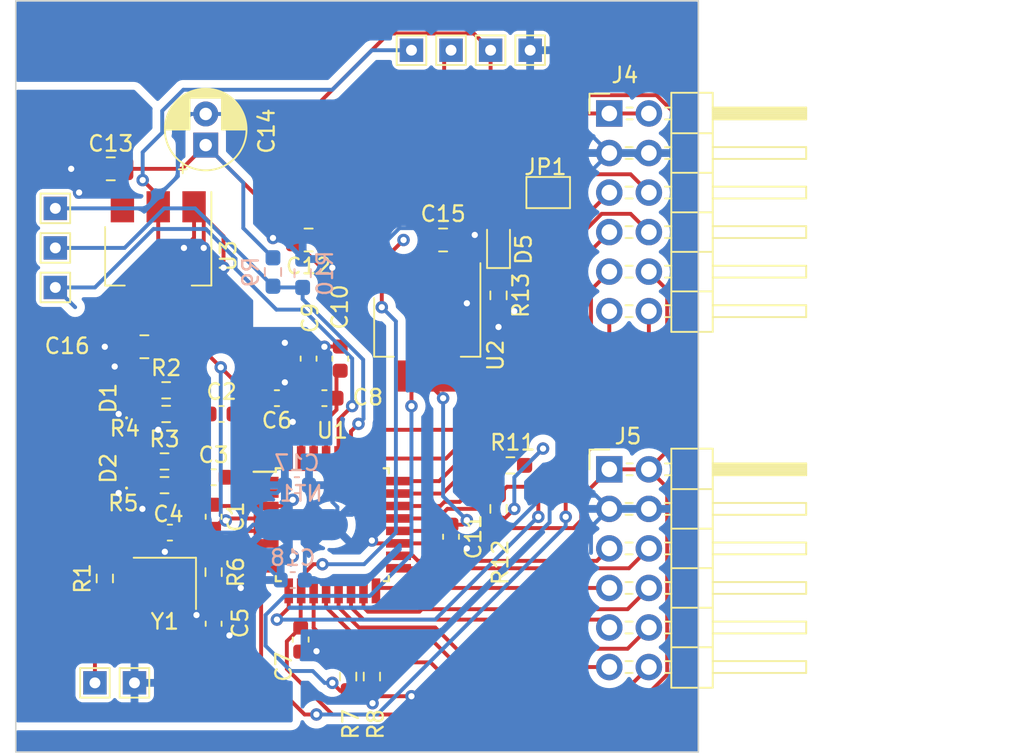
<source format=kicad_pcb>
(kicad_pcb (version 20221018) (generator pcbnew)
  (layers (0 "F.Cu" signal) (31 "B.Cu" signal) (34 "B.Paste" user) (35 "F.Paste" user) (36 "B.SilkS" user "B.Silkscreen") (37 "F.SilkS" user "F.Silkscreen") (38 "B.Mask" user) (39 "F.Mask" user) (44 "Edge.Cuts" user))
  (net 0 "")
  (net 1 "GNDA")
  (net 2 "VDDA")
  (net 3 "Net-(C2-Pad1)")
  (net 4 "/AIP1A")
  (net 5 "Net-(C3-Pad1)")
  (net 6 "Net-(U1-AIP1B)")
  (net 7 "/XTAL1")
  (net 8 "/XTAL2")
  (net 9 "+3V3")
  (net 10 "GND")
  (net 11 "/REFM")
  (net 12 "/REFP")
  (net 13 "VDD")
  (net 14 "/IN1")
  (net 15 "/IN2")
  (net 16 "Net-(D5-K)")
  (net 17 "/SDA")
  (net 18 "/SCL")
  (net 19 "/HSYNC")
  (net 20 "Net-(J4-Pin_6)")
  (net 21 "/FID")
  (net 22 "/VSYNC")
  (net 23 "/RESETB")
  (net 24 "/SCLK")
  (net 25 "/YOUT0")
  (net 26 "/YOUT1")
  (net 27 "/YOUT2")
  (net 28 "/YOUT3")
  (net 29 "/YOUT4")
  (net 30 "/YOUT5")
  (net 31 "/YOUT6")
  (net 32 "/YOUT7")
  (net 33 "/AVID")
  (net 34 "/INTREQ")
  (net 35 "/PDN")
  (net 36 "/OSC_IN")
  (footprint "Capacitor_SMD:C_0603_1608Metric" (layer "F.Cu") (at 94.48 83.892)
    (fp_text reference "C3")
    (fp_text value "0.1uF")
  )
  (footprint "TestPoint:TestPoint_THTPad_1.5x1.5mm_Drill0.7mm" (layer "F.Cu") (at 109.72 56.46)
    (fp_text reference "TP9" hide)
    (fp_text value "TestPoint")
  )
  (footprint "Resistor_SMD:R_0603_1608Metric_Pad0.98x0.95mm_HandSolder" (layer "F.Cu") (at 91.3285 84.4)
    (fp_text reference "R5")
    (fp_text value "37.4")
  )
  (footprint "Resistor_SMD:R_0603_1608Metric_Pad0.98x0.95mm_HandSolder" (layer "F.Cu") (at 112.768 72.208 -90)
    (fp_text reference "R13")
    (fp_text value "330")
  )
  (footprint "Capacitor_SMD:C_0603_1608Metric" (layer "F.Cu") (at 109.72 87.715 -90)
    (fp_text reference "C11")
    (fp_text value "0.1uF")
  )
  (footprint "Capacitor_SMD:C_0603_1608Metric" (layer "F.Cu") (at 94.48 86.432 -90)
    (fp_text reference "C1")
    (fp_text value "0.1uF")
  )
  (footprint "Connector_PinHeader_2.54mm:PinHeader_2x06_P2.54mm_Horizontal" (layer "F.Cu") (at 119.88 60.524)
    (fp_text reference "J4")
    (fp_text value "Conn_02x06_Odd_Even")
  )
  (footprint "Capacitor_SMD:C_0603_1608Metric" (layer "F.Cu") (at 98.544 78.812 180)
    (fp_text reference "C6")
    (fp_text value "0.1uF")
  )
  (footprint "Package_TO_SOT_SMD:SOT-223-3_TabPin2" (layer "F.Cu") (at 108.196 74.24 -90)
    (fp_text reference "U2")
    (fp_text value "AZ1117-1.8")
  )
  (footprint "Capacitor_SMD:C_0805_2012Metric" (layer "F.Cu") (at 87.876 64.08 180)
    (fp_text reference "C13")
    (fp_text value "10uF")
  )
  (footprint "Package_QFP:TQFP-32_7x7mm_P0.8mm" (layer "F.Cu") (at 102.1 86.94)
    (fp_text reference "U1")
    (fp_text value "TVP5151")
  )
  (footprint "TestPoint:TestPoint_THTPad_1.5x1.5mm_Drill0.7mm" (layer "F.Cu") (at 112.26 56.46)
    (fp_text reference "TP8" hide)
    (fp_text value "TestPoint")
  )
  (footprint "Crystal:Crystal_SMD_Abracon_ABM8AIG-4Pin_3.2x2.5mm" (layer "F.Cu") (at 91.348 90.712 180)
    (fp_text reference "Y1")
    (fp_text value "Crystal")
  )
  (footprint "TestPoint:TestPoint_THTPad_1.5x1.5mm_Drill0.7mm" (layer "F.Cu") (at 84.32 66.62)
    (fp_text reference "TP6" hide)
    (fp_text value "TestPoint")
  )
  (footprint "Resistor_SMD:R_0603_1608Metric_Pad0.98x0.95mm_HandSolder" (layer "F.Cu") (at 91.432 79.828)
    (fp_text reference "R4")
    (fp_text value "37.4")
  )
  (footprint "Resistor_SMD:R_0603_1608Metric_Pad0.98x0.95mm_HandSolder" (layer "F.Cu") (at 91.3285 82.876)
    (fp_text reference "R3")
    (fp_text value "37.4")
  )
  (footprint "TestPoint:TestPoint_THTPad_1.5x1.5mm_Drill0.7mm" (layer "F.Cu") (at 107.18 56.46)
    (fp_text reference "TP10" hide)
    (fp_text value "TestPoint")
  )
  (footprint "Capacitor_SMD:C_0805_2012Metric" (layer "F.Cu") (at 109.212 68.652)
    (fp_text reference "C15")
    (fp_text value "10uF")
  )
  (footprint "LED_SMD:LED_0603_1608Metric_Pad1.05x0.95mm_HandSolder" (layer "F.Cu") (at 112.768 68.793 90)
    (fp_text reference "D5")
    (fp_text value "LED")
  )
  (footprint "Diode_SMD:D_0402_1005Metric_Pad0.77x0.64mm_HandSolder" (layer "F.Cu") (at 88.892 83.3195 90)
    (fp_text reference "D2")
    (fp_text value "TPD1E01B04")
  )
  (footprint "Diode_SMD:D_0402_1005Metric_Pad0.77x0.64mm_HandSolder" (layer "F.Cu") (at 88.892 78.812 90)
    (fp_text reference "D1")
    (fp_text value "TPD1E01B04")
  )
  (footprint "TestPoint:TestPoint_THTPad_1.5x1.5mm_Drill0.7mm" (layer "F.Cu") (at 86.86 97.1)
    (fp_text reference "TP3" hide)
    (fp_text value "TestPoint")
  )
  (footprint "Resistor_SMD:R_0603_1608Metric_Pad0.98x0.95mm_HandSolder" (layer "F.Cu") (at 104.64 96.6955 -90)
    (fp_text reference "R8")
    (fp_text value "10k")
  )
  (footprint "TestPoint:TestPoint_THTPad_1.5x1.5mm_Drill0.7mm" (layer "F.Cu") (at 89.4 97.1)
    (fp_text reference "TP7" hide)
    (fp_text value "TestPoint")
  )
  (footprint "TestPoint:TestPoint_THTPad_1.5x1.5mm_Drill0.7mm" (layer "F.Cu") (at 84.32 71.7)
    (fp_text reference "TP2" hide)
    (fp_text value "TestPoint")
  )
  (footprint "TestPoint:TestPoint_THTPad_1.5x1.5mm_Drill0.7mm" (layer "F.Cu") (at 84.32 69.16)
    (fp_text reference "TP4" hide)
    (fp_text value "TestPoint")
  )
  (footprint "Connector_PinHeader_2.54mm:PinHeader_2x06_P2.54mm_Horizontal" (layer "F.Cu") (at 119.88 83.384)
    (fp_text reference "J5")
    (fp_text value "Conn_02x06_Odd_Even")
  )
  (footprint "Capacitor_SMD:C_0603_1608Metric" (layer "F.Cu") (at 102.608 76.272 90)
    (fp_text reference "C10")
    (fp_text value "1uF")
  )
  (footprint "Jumper:SolderJumper-2_P1.3mm_Bridged2Bar_Pad1.0x1.5mm" (layer "F.Cu") (at 115.958 65.604 180)
    (fp_text reference "JP1")
    (fp_text value "Jumper_2_Bridged")
  )
  (footprint "Capacitor_SMD:C_0805_2012Metric" (layer "F.Cu") (at 100.576 68.652 180)
    (fp_text reference "C12")
    (fp_text value "10uF")
  )
  (footprint "Capacitor_SMD:C_0805_2012Metric" (layer "F.Cu") (at 90.035 75.51 180)
    (fp_text reference "C16")
    (fp_text value "10uF")
  )
  (footprint "Capacitor_SMD:C_0603_1608Metric" (layer "F.Cu") (at 100.068 94.319 -90)
    (fp_text reference "C7")
    (fp_text value "0.1uF")
  )
  (footprint "Resistor_SMD:R_0603_1608Metric_Pad0.98x0.95mm_HandSolder" (layer "F.Cu") (at 103.116 96.6955 90)
    (fp_text reference "R7")
    (fp_text value "100k")
  )
  (footprint "Capacitor_THT:CP_Radial_D5.0mm_P2.00mm" (layer "F.Cu") (at 93.972 62.556 90)
    (fp_text reference "C14")
    (fp_text value "10uF")
  )
  (footprint "Capacitor_SMD:C_0603_1608Metric" (layer "F.Cu") (at 100.576 76.272 90)
    (fp_text reference "C9")
    (fp_text value "1uF")
  )
  (footprint "Capacitor_SMD:C_0603_1608Metric" (layer "F.Cu") (at 101.592 78.812)
    (fp_text reference "C8")
    (fp_text value "1uF")
  )
  (footprint "Package_TO_SOT_SMD:SOT-223-3_TabPin2" (layer "F.Cu") (at 90.924 69.668 -90)
    (fp_text reference "U3")
    (fp_text value "AZ1117-1.8")
  )
  (footprint "Resistor_SMD:R_0603_1608Metric_Pad0.98x0.95mm_HandSolder" (layer "F.Cu") (at 94.48 89.988 -90)
    (fp_text reference "R6")
    (fp_text value "10k")
  )
  (footprint "Capacitor_SMD:C_0603_1608Metric" (layer "F.Cu") (at 91.673 87.448)
    (fp_text reference "C4")
    (fp_text value "0.1uF")
  )
  (footprint "Resistor_SMD:R_0603_1608Metric_Pad0.98x0.95mm_HandSolder" (layer "F.Cu") (at 91.432 78.304)
    (fp_text reference "R2")
    (fp_text value "37.4")
  )
  (footprint "Resistor_SMD:R_0603_1608Metric_Pad0.98x0.95mm_HandSolder" (layer "F.Cu") (at 87.495 90.3925 90)
    (fp_text reference "R1")
    (fp_text value "37.4")
  )
  (footprint "Capacitor_SMD:C_0603_1608Metric" (layer "F.Cu") (at 94.988 79.828)
    (fp_text reference "C2")
    (fp_text value "0.1uF")
  )
  (footprint "Resistor_SMD:R_0603_1608Metric_Pad0.98x0.95mm_HandSolder" (layer "F.Cu") (at 112.768 85.924 90)
    (fp_text reference "R12")
    (fp_text value "2.2k")
  )
  (footprint "Resistor_SMD:R_0603_1608Metric_Pad0.98x0.95mm_HandSolder" (layer "F.Cu") (at 113.53 83.13 180)
    (fp_text reference "R11")
    (fp_text value "2.2k")
  )
  (footprint "Capacitor_SMD:C_0603_1608Metric" (layer "F.Cu") (at 94.48 93.303 90)
    (fp_text reference "C5")
    (fp_text value "0.1uF")
  )
  (footprint "TestPoint:TestPoint_THTPad_1.5x1.5mm_Drill0.7mm" (layer "F.Cu") (at 114.8 56.46)
    (fp_text reference "TP11" hide)
    (fp_text value "TestPoint")
  )
  (footprint "Resistor_SMD:R_0603_1608Metric_Pad0.98x0.95mm_HandSolder" (layer "B.Cu") (at 100.195 70.7875 90)
    (fp_text reference "R10")
    (fp_text value "10k")
  )
  (footprint "Capacitor_SMD:C_0603_1608Metric" (layer "B.Cu") (at 99.827 84.4 180)
    (fp_text reference "C17")
    (fp_text value "0.1uF")
  )
  (footprint "Resistor_SMD:R_0603_1608Metric_Pad0.98x0.95mm_HandSolder" (layer "B.Cu") (at 98.29 70.7075 -90)
    (fp_text reference "R9")
    (fp_text value "10k")
  )
  (footprint "Capacitor_SMD:C_0603_1608Metric" (layer "B.Cu") (at 99.56 90.496 180)
    (fp_text reference "C18")
    (fp_text value "0.1uF")
  )
  (footprint "NetTie:NetTie-2_SMD_Pad2.0mm" (layer "B.Cu") (at 100.1 86.94 180)
    (fp_text reference "NT1")
    (fp_text value "NetTie_2")
  )
  (gr_rect (start 81.78 53.285) (end 125.595 101.545) (stroke (width 0.1)) (fill none) (layer "Edge.Cuts"))
  (segment (start 93.38 92.744) (end 93.38 92.444) (width 0.25) (layer "F.Cu") (net 1))
  (segment (start 100.1 82.69) (end 100.1 80.876) (width 0.25) (layer "F.Cu") (net 1))
  (segment (start 88.8275 79.3845) (end 88.384 79.828) (width 0.25) (layer "F.Cu") (net 1))
  (segment (start 90.898 87.448) (end 90.248 88.098) (width 0.25) (layer "F.Cu") (net 1))
  (segment (start 91.348 88.812) (end 91.348 88.68) (width 0.25) (layer "F.Cu") (net 1))
  (segment (start 101.592 75.51) (end 101.605 75.497) (width 0.25) (layer "F.Cu") (net 1))
  (segment (start 95.47 94.078) (end 95.496 94.052) (width 0.25) (layer "F.Cu") (net 1))
  (segment (start 90.416 84.4) (end 90.416 85.416) (width 0.25) (layer "F.Cu") (net 1))
  (segment (start 90.416 85.416) (end 89.908 85.924) (width 0.25) (layer "F.Cu") (net 1))
  (segment (start 93.845 69.16) (end 93.845 67.139) (width 0.25) (layer "F.Cu") (net 1))
  (segment (start 97.85 85.74) (end 94.563 85.74) (width 0.25) (layer "F.Cu") (net 1))
  (segment (start 94.563 85.74) (end 94.48 85.657) (width 0.25) (layer "F.Cu") (net 1))
  (segment (start 88.892 84.4) (end 88.384 84.908) (width 0.25) (layer "F.Cu") (net 1))
  (segment (start 99.052 75.256) (end 99.293 75.497) (width 0.25) (layer "F.Cu") (net 1))
  (segment (start 97.85 85.74) (end 99.1605 85.74) (width 0.25) (layer "F.Cu") (net 1))
  (segment (start 90.5195 80.4395) (end 90.924 80.844) (width 0.25) (layer "F.Cu") (net 1))
  (segment (start 88.892 79.3845) (end 88.8275 79.3845) (width 0.25) (layer "F.Cu") (net 1))
  (segment (start 99.56 80.336) (end 99.56 79.053) (width 0.25) (layer "F.Cu") (net 1))
  (segment (start 90.5195 79.828) (end 90.5195 80.4395) (width 0.25) (layer "F.Cu") (net 1))
  (segment (start 96.2205 89.5195) (end 96.2205 91.004) (width 0.25) (layer "F.Cu") (net 1))
  (segment (start 90.248 88.098) (end 90.248 89.912) (width 0.25) (layer "F.Cu") (net 1))
  (segment (start 90.248 89.912) (end 91.348 88.812) (width 0.25) (layer "F.Cu") (net 1))
  (segment (start 96.8 88.94) (end 96.2205 89.5195) (width 0.25) (layer "F.Cu") (net 1))
  (segment (start 99.56 79.053) (end 99.319 78.812) (width 0.25) (layer "F.Cu") (net 1))
  (segment (start 88.892 83.892) (end 88.892 84.4) (width 0.25) (layer "F.Cu") (net 1))
  (segment (start 95.115 70.43) (end 95.115 68.409) (width 0.25) (layer "F.Cu") (net 1))
  (segment (start 99.319 78.812) (end 99.319 78.063) (width 0.25) (layer "F.Cu") (net 1))
  (segment (start 99.319 78.063) (end 99.052 77.796) (width 0.25) (layer "F.Cu") (net 1))
  (segment (start 95.115 68.409) (end 93.224 66.518) (width 0.25) (layer "F.Cu") (net 1))
  (segment (start 99.528 88.94) (end 99.56 88.972) (width 0.25) (layer "F.Cu") (net 1))
  (segment (start 101.605 75.497) (end 102.608 75.497) (width 0.25) (layer "F.Cu") (net 1))
  (segment (start 89.085 75.825) (end 88.13 76.78) (width 0.25) (layer "F.Cu") (net 1))
  (segment (start 92.575 69.16) (end 93.224 68.511) (width 0.25) (layer "F.Cu") (net 1))
  (segment (start 97.85 88.94) (end 96.8 88.94) (width 0.25) (layer "F.Cu") (net 1))
  (segment (start 89.085 75.51) (end 87.495 75.51) (width 0.25) (layer "F.Cu") (net 1))
  (segment (start 94.48 94.078) (end 95.47 94.078) (width 0.25) (layer "F.Cu") (net 1))
  (segment (start 93.845 67.139) (end 93.224 66.518) (width 0.25) (layer "F.Cu") (net 1))
  (segment (start 99.1605 85.74) (end 99.56 85.3405) (width 0.25) (layer "F.Cu") (net 1))
  (segment (start 86.926 64.522) (end 85.844 65.604) (width 0.25) (layer "F.Cu") (net 1))
  (segment (start 99.293 75.497) (end 100.576 75.497) (width 0.25) (layer "F.Cu") (net 1))
  (segment (start 97.85 88.94) (end 99.528 88.94) (width 0.25) (layer "F.Cu") (net 1))
  (segment (start 93.224 68.511) (end 93.224 66.518) (width 0.25) (layer "F.Cu") (net 1))
  (segment (start 93.38 92.444) (end 92.448 91.512) (width 0.25) (layer "F.Cu") (net 1))
  (segment (start 89.085 75.51) (end 89.085 75.825) (width 0.25) (layer "F.Cu") (net 1))
  (segment (start 86.926 64.08) (end 85.336 64.08) (width 0.25) (layer "F.Cu") (net 1))
  (segment (start 86.926 64.08) (end 86.926 64.522) (width 0.25) (layer "F.Cu") (net 1))
  (segment (start 100.1 80.876) (end 99.56 80.336) (width 0.25) (layer "F.Cu") (net 1))
  (via (at 99.56 85.3405) (size 0.8) (drill 0.4) (layers "F.Cu" "B.Cu") (net 1))
  (via (at 96.2205 91.004) (size 0.8) (drill 0.4) (layers "F.Cu" "B.Cu") (net 1))
  (via (at 99.56 80.336) (size 0.8) (drill 0.4) (layers "F.Cu" "B.Cu") (net 1))
  (via (at 85.336 64.08) (size 0.8) (drill 0.4) (layers "F.Cu" "B.Cu") (net 1))
  (via (at 95.115 70.43) (size 0.8) (drill 0.4) (layers "F.Cu" "B.Cu") (net 1))
  (via (at 88.384 84.908) (size 0.8) (drill 0.4) (layers "F.Cu" "B.Cu") (net 1))
  (via (at 93.38 92.744) (size 0.8) (drill 0.4) (layers "F.Cu" "B.Cu") (net 1))
  (via (at 101.592 75.51) (size 0.8) (drill 0.4) (layers "F.Cu" "B.Cu") (net 1))
  (via (at 99.56 88.972) (size 0.8) (drill 0.4) (layers "F.Cu" "B.Cu") (net 1))
  (via (at 90.924 80.844) (size 0.8) (drill 0.4) (layers "F.Cu" "B.Cu") (net 1))
  (via (at 91.348 88.68) (size 0.8) (drill 0.4) (layers "F.Cu" "B.Cu") (net 1))
  (via (at 87.495 75.51) (size 0.8) (drill 0.4) (layers "F.Cu" "B.Cu") (net 1))
  (via (at 95.496 94.052) (size 0.8) (drill 0.4) (layers "F.Cu" "B.Cu") (net 1))
  (via (at 88.13 76.78) (size 0.8) (drill 0.4) (layers "F.Cu" "B.Cu") (net 1))
  (via (at 88.384 79.828) (size 0.8) (drill 0.4) (layers "F.Cu" "B.Cu") (net 1))
  (via (at 93.845 69.16) (size 0.8) (drill 0.4) (layers "F.Cu" "B.Cu") (net 1))
  (via (at 99.052 77.796) (size 0.8) (drill 0.4) (layers "F.Cu" "B.Cu") (net 1))
  (via (at 92.575 69.16) (size 0.8) (drill 0.4) (layers "F.Cu" "B.Cu") (net 1))
  (via (at 99.052 75.256) (size 0.8) (drill 0.4) (layers "F.Cu" "B.Cu") (net 1))
  (via (at 85.844 65.604) (size 0.8) (drill 0.4) (layers "F.Cu" "B.Cu") (net 1))
  (via (at 89.908 85.924) (size 0.8) (drill 0.4) (layers "F.Cu" "B.Cu") (net 1))
  (segment (start 97.528 84.908) (end 97.528 86.368) (width 0.25) (layer "B.Cu") (net 1))
  (segment (start 90.924 80.844) (end 90.924 84.908) (width 0.25) (layer "B.Cu") (net 1))
  (segment (start 98.785 90.496) (end 96.512 88.223) (width 0.25) (layer "B.Cu") (net 1))
  (segment (start 96.512 87.448) (end 97.02 86.94) (width 0.25) (layer "B.Cu") (net 1))
  (segment (start 97.528 86.368) (end 98.1 86.94) (width 0.25) (layer "B.Cu") (net 1))
  (segment (start 91.94 97.1) (end 94.988 94.052) (width 0.25) (layer "B.Cu") (net 1))
  (segment (start 98.544 84.908) (end 97.528 84.908) (width 0.25) (layer "B.Cu") (net 1))
  (segment (start 97.02 86.94) (end 98.1 86.94) (width 0.25) (layer "B.Cu") (net 1))
  (segment (start 91.432 87.448) (end 96.512 87.448) (width 0.25) (layer "B.Cu") (net 1))
  (segment (start 93.8965 88.68) (end 96.2205 91.004) (width 0.25) (layer "B.Cu") (net 1))
  (segment (start 99.56 80.336) (end 99.052 80.844) (width 0.25) (layer "B.Cu") (net 1))
  (segment (start 88.384 84.908) (end 88.892 84.908) (width 0.25) (layer "B.Cu") (net 1))
  (segment (start 90.924 84.908) (end 89.908 85.924) (width 0.25) (layer "B.Cu") (net 1))
  (segment (start 99.052 84.4) (end 98.544 84.908) (width 0.25) (layer "B.Cu") (net 1))
  (segment (start 96.512 88.223) (end 96.512 87.448) (width 0.25) (layer "B.Cu") (net 1))
  (segment (start 94.988 94.052) (end 95.496 94.052) (width 0.25) (layer "B.Cu") (net 1))
  (segment (start 99.052 80.844) (end 99.052 84.4) (width 0.25) (layer "B.Cu") (net 1))
  (segment (start 89.4 80.844) (end 90.924 80.844) (width 0.25) (layer "B.Cu") (net 1))
  (segment (start 89.4 97.1) (end 91.94 97.1) (width 0.25) (layer "B.Cu") (net 1))
  (segment (start 88.892 84.908) (end 89.908 85.924) (width 0.25) (layer "B.Cu") (net 1))
  (segment (start 99.052 79.828) (end 99.052 77.796) (width 0.25) (layer "B.Cu") (net 1))
  (segment (start 95.12 91.004) (end 93.38 92.744) (width 0.25) (layer "B.Cu") (net 1))
  (segment (start 95.496 91.7285) (end 96.2205 91.004) (width 0.25) (layer "B.Cu") (net 1))
  (segment (start 91.348 88.68) (end 93.8965 88.68) (width 0.25) (layer "B.Cu") (net 1))
  (segment (start 88.384 79.828) (end 89.4 80.844) (width 0.25) (layer "B.Cu") (net 1))
  (segment (start 99.56 80.336) (end 99.052 79.828) (width 0.25) (layer "B.Cu") (net 1))
  (segment (start 89.908 85.924) (end 91.432 87.448) (width 0.25) (layer "B.Cu") (net 1))
  (segment (start 96.2205 91.004) (end 95.12 91.004) (width 0.25) (layer "B.Cu") (net 1))
  (segment (start 101.338 75.256) (end 101.592 75.51) (width 0.25) (layer "B.Cu") (net 1))
  (segment (start 96.2205 88.8195) (end 96.2205 91.004) (width 0.25) (layer "B.Cu") (net 1))
  (segment (start 95.496 94.052) (end 95.496 91.7285) (width 0.25) (layer "B.Cu") (net 1))
  (segment (start 98.1 86.94) (end 96.2205 88.8195) (width 0.25) (layer "B.Cu") (net 1))
  (segment (start 99.052 75.256) (end 101.338 75.256) (width 0.25) (layer "B.Cu") (net 1))
  (segment (start 99.052 75.256) (end 99.052 77.796) (width 0.25) (layer "B.Cu") (net 1))
  (segment (start 97.769 81.159) (end 97.769 78.812) (width 0.25) (layer "F.Cu") (net 2))
  (segment (start 94.937 76.831) (end 96.538 78.432) (width 0.25) (layer "F.Cu") (net 2))
  (segment (start 95.018295 86.668705) (end 94.48 87.207) (width 0.25) (layer "F.Cu") (net 2))
  (segment (start 90.924 72.818) (end 94.937 76.831) (width 0.25) (layer "F.Cu") (net 2))
  (segment (start 99.3 82.69) (end 97.769 81.159) (width 0.25) (layer "F.Cu") (net 2))
  (segment (start 96.538 78.432) (end 97.389 78.432) (width 0.25) (layer "F.Cu") (net 2))
  (segment (start 97.85 86.54) (end 95.388 86.54) (width 0.25) (layer "F.Cu") (net 2))
  (segment (start 90.985 75.51) (end 90.924 75.449) (width 0.25) (layer "F.Cu") (net 2))
  (segment (start 90.924 75.449) (end 90.924 72.818) (width 0.25) (layer "F.Cu") (net 2))
  (segment (start 90.924 65.803) (end 89.9255 64.8045) (width 0.25) (layer "F.Cu") (net 2))
  (segment (start 90.924 66.518) (end 90.924 65.803) (width 0.25) (layer "F.Cu") (net 2))
  (segment (start 95.259295 86.668705) (end 95.018295 86.668705) (width 0.25) (layer "F.Cu") (net 2))
  (segment (start 95.388 86.54) (end 95.259295 86.668705) (width 0.25) (layer "F.Cu") (net 2))
  (segment (start 90.924 66.518) (end 90.924 72.818) (width 0.25) (layer "F.Cu") (net 2))
  (segment (start 97.389 78.432) (end 97.769 78.812) (width 0.25) (layer "F.Cu") (net 2))
  (via (at 94.937 76.831) (size 0.8) (drill 0.4) (layers "F.Cu" "B.Cu") (net 2))
  (via (at 95.259295 86.668705) (size 0.8) (drill 0.4) (layers "F.Cu" "B.Cu") (net 2))
  (via (at 89.9255 64.8045) (size 0.8) (drill 0.4) (layers "F.Cu" "B.Cu") (net 2))
  (segment (start 95.259295 86.668705) (end 94.937 86.34641) (width 0.25) (layer "B.Cu") (net 2))
  (segment (start 91.18 60.36) (end 92.54 59) (width 0.25) (layer "B.Cu") (net 2))
  (segment (start 92.54 59) (end 102.1 59) (width 0.25) (layer "B.Cu") (net 2))
  (segment (start 104.64 56.46) (end 107.18 56.46) (width 0.25) (layer "B.Cu") (net 2))
  (segment (start 89.9255 64.8045) (end 89.9255 63.011509) (width 0.25) (layer "B.Cu") (net 2))
  (segment (start 102.1 59) (end 104.64 56.46) (width 0.25) (layer "B.Cu") (net 2))
  (segment (start 89.9255 63.011509) (end 91.18 61.757009) (width 0.25) (layer "B.Cu") (net 2))
  (segment (start 91.18 61.757009) (end 91.18 60.36) (width 0.25) (layer "B.Cu") (net 2))
  (segment (start 94.937 86.34641) (end 94.937 76.831) (width 0.25) (layer "B.Cu") (net 2))
  (segment (start 92.3445 79.828) (end 92.3445 78.304) (width 0.25) (layer "F.Cu") (net 3))
  (segment (start 94.213 79.828) (end 92.3445 79.828) (width 0.25) (layer "F.Cu") (net 3))
  (segment (start 97.85 84.14) (end 97.268 84.14) (width 0.25) (layer "F.Cu") (net 4))
  (segment (start 97.268 84.14) (end 95.763 82.635) (width 0.25) (layer "F.Cu") (net 4))
  (segment (start 95.763 82.635) (end 95.763 79.828) (width 0.25) (layer "F.Cu") (net 4))
  (segment (start 93.705 83.892) (end 92.749 83.892) (width 0.25) (layer "F.Cu") (net 5))
  (segment (start 92.241 84.4) (end 92.241 82.876) (width 0.25) (layer "F.Cu") (net 5))
  (segment (start 92.749 83.892) (end 92.241 84.4) (width 0.25) (layer "F.Cu") (net 5))
  (segment (start 95.255 83.892) (end 96.303 84.94) (width 0.25) (layer "F.Cu") (net 6))
  (segment (start 96.303 84.94) (end 97.85 84.94) (width 0.25) (layer "F.Cu") (net 6))
  (segment (start 92.448 89.912) (end 92.448 87.448) (width 0.25) (layer "F.Cu") (net 7))
  (segment (start 91.305 86.305) (end 92.448 87.448) (width 0.25) (layer "F.Cu") (net 7))
  (segment (start 87.495 89.48) (end 90.67 86.305) (width 0.25) (layer "F.Cu") (net 7))
  (segment (start 96.2155 87.34) (end 97.85 87.34) (width 0.25) (layer "F.Cu") (net 7))
  (segment (start 94.48 89.0755) (end 96.2155 87.34) (width 0.25) (layer "F.Cu") (net 7))
  (segment (start 93.6435 89.912) (end 94.48 89.0755) (width 0.25) (layer "F.Cu") (net 7))
  (segment (start 90.67 86.305) (end 91.305 86.305) (width 0.25) (layer "F.Cu") (net 7))
  (segment (start 92.448 89.912) (end 93.6435 89.912) (width 0.25) (layer "F.Cu") (net 7))
  (segment (start 94.48 90.9005) (end 94.48 90.585) (width 0.25) (layer "F.Cu") (net 8))
  (segment (start 92.205 93.469) (end 90.248 91.512) (width 0.25) (layer "F.Cu") (net 8))
  (segment (start 96.925 88.14) (end 97.85 88.14) (width 0.25) (layer "F.Cu") (net 8))
  (segment (start 93.680305 93.469) (end 92.205 93.469) (width 0.25) (layer "F.Cu") (net 8))
  (segment (start 94.48 92.669305) (end 93.680305 93.469) (width 0.25) (layer "F.Cu") (net 8))
  (segment (start 94.48 90.585) (end 96.925 88.14) (width 0.25) (layer "F.Cu") (net 8))
  (segment (start 94.48 90.9005) (end 94.48 92.669305) (width 0.25) (layer "F.Cu") (net 8))
  (segment (start 125.468 61.910299) (end 125.468 81.352) (width 0.25) (layer "F.Cu") (net 9))
  (segment (start 99.592 66.08) (end 100.576 65.096) (width 0.25) (layer "F.Cu") (net 9))
  (segment (start 123.595 84.559) (end 123.595 96.570701) (width 0.25) (layer "F.Cu") (net 9))
  (segment (start 112.26 56.46) (end 112.26 58.682) (width 0.25) (layer "F.Cu") (net 9))
  (segment (start 117.581597 87.158403) (end 118.08 86.66) (width 0.25) (layer "F.Cu") (net 9))
  (segment (start 104.982 68.652) (end 105.896 69.566) (width 0.25) (layer "F.Cu") (net 9))
  (segment (start 100.885 89.48) (end 100.1 90.265) (width 0.25) (layer "F.Cu") (net 9))
  (segment (start 102.105805 99.1325) (end 99.18 96.206695) (width 0.25) (layer "F.Cu") (net 9))
  (segment (start 105.275 71.711) (end 105.896 71.09) (width 0.25) (layer "F.Cu") (net 9))
  (segment (start 92.448 64.08) (end 93.972 62.556) (width 0.25) (layer "F.Cu") (net 9))
  (segment (start 124.452 82.368) (end 123.436 82.368) (width 0.25) (layer "F.Cu") (net 9))
  (segment (start 101.526 68.652) (end 104.982 68.652) (width 0.25) (layer "F.Cu") (net 9))
  (segment (start 99.18 94.432) (end 100.068 93.544) (width 0.25) (layer "F.Cu") (net 9))
  (segment (start 105.896 69.428) (end 105.896 71.09) (width 0.25) (layer "F.Cu") (net 9))
  (segment (start 105.896 69.566) (end 105.896 71.09) (width 0.25) (layer "F.Cu") (net 9))
  (segment (start 106.672 68.652) (end 105.896 69.428) (width 0.25) (layer "F.Cu") (net 9))
  (segment (start 122.42 83.384) (end 123.595 84.559) (width 0.25) (layer "F.Cu") (net 9))
  (segment (start 105.275 72.97) (end 105.275 71.711) (width 0.25) (layer "F.Cu") (net 9))
  (segment (start 88.826 64.08) (end 92.448 64.08) (width 0.25) (layer "F.Cu") (net 9))
  (segment (start 105.715 55.385) (end 100.576 60.524) (width 0.25) (layer "F.Cu") (net 9))
  (segment (start 112.768 86.8365) (end 113.089903 87.158403) (width 0.25) (layer "F.Cu") (net 9))
  (segment (start 114.546 83.13) (end 114.4425 83.13) (width 0.25) (layer "F.Cu") (net 9))
  (segment (start 100.1 90.265) (end 100.1 91.19) (width 0.25) (layer "F.Cu") (net 9))
  (segment (start 101.465 89.48) (end 100.885 89.48) (width 0.25) (layer "F.Cu") (net 9))
  (segment (start 101.526 68.652) (end 100.576 67.702) (width 0.25) (layer "F.Cu") (net 9))
  (segment (start 108.18 98.26) (end 108.08 98.36) (width 0.25) (layer "F.Cu") (net 9))
  (segment (start 112.768 86.8365) (end 112.8715 86.8365) (width 0.25) (layer "F.Cu") (net 9))
  (segment (start 115.6255 82.0505) (end 114.546 83.13) (width 0.25) (layer "F.Cu") (net 9))
  (segment (start 100.068 91.222) (end 100.1 91.19) (width 0.25) (layer "F.Cu") (net 9))
  (segment (start 112.927 59.349) (end 122.906701 59.349) (width 0.25) (layer "F.Cu") (net 9))
  (segment (start 115.657 59.349) (end 116.832 60.524) (width 0.25) (layer "F.Cu") (net 9))
  (segment (start 125.468 81.352) (end 124.452 82.368) (width 0.25) (layer "F.Cu") (net 9))
  (segment (start 121.905701 98.26) (end 108.18 98.26) (width 0.25) (layer "F.Cu") (net 9))
  (segment (start 118.08 86.66) (end 118.08 85.184) (width 0.25) (layer "F.Cu") (net 9))
  (segment (start 111.185 55.385) (end 105.715 55.385) (width 0.25) (layer "F.Cu") (net 9))
  (segment (start 112.26 58.682) (end 112.927 59.349) (width 0.25) (layer "F.Cu") (net 9))
  (segment (start 99.18 96.206695) (end 99.18 94.432) (width 0.25) (layer "F.Cu") (net 9))
  (segment (start 100.068 93.544) (end 100.068 91.222) (width 0.25) (layer "F.Cu") (net 9))
  (segment (start 122.906701 59.349) (end 125.468 61.910299) (width 0.25) (layer "F.Cu") (net 9))
  (segment (start 88.624 66.518) (end 88.624 64.282) (width 0.25) (layer "F.Cu") (net 9))
  (segment (start 93.972 62.556) (end 97.496 66.08) (width 0.25) (layer "F.Cu") (net 9))
  (segment (start 114.08 59.349) (end 115.657 59.349) (width 0.25) (layer "F.Cu") (net 9))
  (segment (start 112.8715 86.8365) (end 113.784 85.924) (width 0.25) (layer "F.Cu") (net 9))
  (segment (start 107.3075 99.1325) (end 102.105805 99.1325) (width 0.25) (layer "F.Cu") (net 9))
  (segment (start 116.832 60.524) (end 122.42 60.524) (width 0.25) (layer "F.Cu") (net 9))
  (segment (start 100.576 60.524) (end 100.576 61.54) (width 0.25) (layer "F.Cu") (net 9))
  (segment (start 122.42 83.384) (end 119.88 83.384) (width 0.25) (layer "F.Cu") (net 9))
  (segment (start 123.595 96.570701) (end 121.905701 98.26) (width 0.25) (layer "F.Cu") (net 9))
  (segment (start 108.18 98.26) (end 107.3075 99.1325) (width 0.25) (layer "F.Cu") (net 9))
  (segment (start 100.576 67.702) (end 100.576 65.096) (width 0.25) (layer "F.Cu") (net 9))
  (segment (start 100.576 65.096) (end 100.576 61.54) (width 0.25) (layer "F.Cu") (net 9))
  (segment (start 88.624 64.282) (end 88.826 64.08) (width 0.25) (layer "F.Cu") (net 9))
  (segment (start 123.436 82.368) (end 122.42 83.384) (width 0.25) (layer "F.Cu") (net 9))
  (segment (start 113.089903 87.158403) (end 117.581597 87.158403) (width 0.25) (layer "F.Cu") (net 9))
  (segment (start 118.08 85.184) (end 119.88 83.384) (width 0.25) (layer "F.Cu") (net 9))
  (segment (start 97.496 66.08) (end 99.592 66.08) (width 0.25) (layer "F.Cu") (net 9))
  (segment (start 112.26 56.46) (end 111.185 55.385) (width 0.25) (layer "F.Cu") (net 9))
  (via (at 115.6255 82.0505) (size 0.8) (drill 0.4) (layers "F.Cu" "B.Cu") (net 9))
  (via (at 105.275 72.97) (size 0.8) (drill 0.4) (layers "F.Cu" "B.Cu") (net 9))
  (via (at 106.672 68.652) (size 0.8) (drill 0.4) (layers "F.Cu" "B.Cu") (net 9))
  (via (at 101.465 89.48) (size 0.8) (drill 0.4) (layers "F.Cu" "B.Cu") (net 9))
  (via (at 113.784 85.924) (size 0.8) (drill 0.4) (layers "F.Cu" "B.Cu") (net 9))
  (segment (start 98.29 69.795) (end 96.385 67.89) (width 0.25) (layer "B.Cu") (net 9))
  (segment (start 96.385 64.969) (end 93.972 62.556) (width 0.25) (layer "B.Cu") (net 9))
  (segment (start 106.18 73.875) (end 105.275 72.97) (width 0.25) (layer "B.Cu") (net 9))
  (segment (start 106.18 87.441305) (end 106.18 73.875) (width 0.25) (layer "B.Cu") (net 9))
  (segment (start 115.6255 82.0505) (end 113.784 83.892) (width 0.25) (layer "B.Cu") (net 9))
  (segment (start 96.385 67.89) (end 96.385 64.969) (width 0.25) (layer "B.Cu") (net 9))
  (segment (start 113.784 83.892) (end 113.784 85.924) (width 0.25) (layer "B.Cu") (net 9))
  (segment (start 101.465 89.48) (end 104.141305 89.48) (width 0.25) (layer "B.Cu") (net 9))
  (segment (start 104.141305 89.48) (end 106.18 87.441305) (width 0.25) (layer "B.Cu") (net 9))
  (segment (start 106.35 88.14) (end 109.37 88.14) (width 0.25) (layer "F.Cu") (net 10))
  (segment (start 110.71 88.49) (end 110.736 88.464) (width 0.25) (layer "F.Cu") (net 10))
  (segment (start 104.64 97.608) (end 104.990702 97.958702) (width 0.25) (layer "F.Cu") (net 10))
  (segment (start 110.496 72.476) (end 110.736 72.716) (width 0.25) (layer "F.Cu") (net 10))
  (segment (start 110.9185 68.652) (end 111.244 68.3265) (width 0.25) (layer "F.Cu") (net 10))
  (segment (start 100.068 95.094) (end 101.058 95.094) (width 0.25) (layer "F.Cu") (net 10))
  (segment (start 104.68 97.648) (end 104.64 97.608) (width 0.25) (layer "F.Cu") (net 10))
  (segment (start 101.404 70.43) (end 99.626 68.652) (width 0.25) (layer "F.Cu") (net 10))
  (segment (start 106.35 88.14) (end 104.824 88.14) (width 0.25) (layer "F.Cu") (net 10))
  (segment (start 102.1 70.43) (end 101.404 70.43) (width 0.25) (layer "F.Cu") (net 10))
  (segment (start 110.496 68.986) (end 110.162 68.652) (width 0.25) (layer "F.Cu") (net 10))
  (segment (start 109.72 88.49) (end 110.71 88.49) (width 0.25) (layer "F.Cu") (net 10))
  (segment (start 110.162 68.652) (end 110.9185 68.652) (width 0.25) (layer "F.Cu") (net 10))
  (segment (start 104.824 88.14) (end 104.64 87.956) (width 0.25) (layer "F.Cu") (net 10))
  (segment (start 104.990702 97.958702) (end 107.178701 97.958702) (width 0.25) (layer "F.Cu") (net 10))
  (segment (start 109.37 88.14) (end 109.72 88.49) (width 0.25) (layer "F.Cu") (net 10))
  (segment (start 101.058 95.094) (end 101.084 95.068) (width 0.25) (layer "F.Cu") (net 10))
  (segment (start 99.499 68.525) (end 99.626 68.652) (width 0.25) (layer "F.Cu") (net 10))
  (segment (start 113.6805 73.1205) (end 113.784 73.224) (width 0.25) (layer "F.Cu") (net 10))
  (segment (start 112.768 74.24) (end 112.768 73.1205) (width 0.25) (layer "F.Cu") (net 10))
  (segment (start 110.496 71.09) (end 110.496 72.476) (width 0.25) (layer "F.Cu") (net 10))
  (segment (start 112.768 73.1205) (end 113.6805 73.1205) (width 0.25) (layer "F.Cu") (net 10))
  (segment (start 110.496 71.09) (end 110.496 68.986) (width 0.25) (layer "F.Cu") (net 10))
  (segment (start 104.68 98.4075) (end 104.68 97.648) (width 0.25) (layer "F.Cu") (net 10))
  (segment (start 98.29 68.525) (end 99.499 68.525) (width 0.25) (layer "F.Cu") (net 10))
  (via (at 101.084 95.068) (size 0.8) (drill 0.4) (layers "F.Cu" "B.Cu") (net 10))
  (via (at 111.244 68.3265) (size 0.8) (drill 0.4) (layers "F.Cu" "B.Cu") (net 10))
  (via (at 104.64 87.956) (size 0.8) (drill 0.4) (layers "F.Cu" "B.Cu") (net 10))
  (via (at 104.68 98.4075) (size 0.8) (drill 0.4) (layers "F.Cu" "B.Cu") (net 10))
  (via (at 112.768 74.24) (size 0.8) (drill 0.4) (layers "F.Cu" "B.Cu") (net 10))
  (via (at 107.178701 97.958702) (size 0.8) (drill 0.4) (layers "F.Cu" "B.Cu") (net 10))
  (via (at 110.736 72.716) (size 0.8) (drill 0.4) (layers "F.Cu" "B.Cu") (net 10))
  (via (at 102.1 70.43) (size 0.8) (drill 0.4) (layers "F.Cu" "B.Cu") (net 10))
  (via (at 98.29 68.525) (size 0.8) (drill 0.4) (layers "F.Cu" "B.Cu") (net 10))
  (via (at 110.736 88.464) (size 0.8) (drill 0.4) (layers "F.Cu" "B.Cu") (net 10))
  (via (at 113.784 73.224) (size 0.8) (drill 0.4) (layers "F.Cu" "B.Cu") (net 10))
  (segment (start 104.393701 95.846299) (end 103.615402 95.068) (width 0.25) (layer "B.Cu") (net 10))
  (segment (start 103.37 84.0825) (end 103.37 86.305) (width 0.25) (layer "B.Cu") (net 10))
  (segment (start 104.98 75.85) (end 104.98 82.4725) (width 0.25) (layer "B.Cu") (net 10))
  (segment (start 117.68 88.124) (end 119.88 85.924) (width 0.25) (layer "B.Cu") (net 10))
  (segment (start 118.515 64.429) (end 119.88 63.064) (width 0.25) (layer "B.Cu") (net 10))
  (segment (start 102.1 85.48038) (end 102.425 85.80538) (width 0.25) (layer "B.Cu") (net 10))
  (segment (start 102.1 72.97) (end 104.98 75.85) (width 0.25) (layer "B.Cu") (net 10))
  (segment (start 103.37 86.305) (end 102.735 86.305) (width 0.25) (layer "B.Cu") (net 10))
  (segment (start 119.03 85.074) (end 115.659305 85.074) (width 0.25) (layer "B.Cu") (net 10))
  (segment (start 106.408695 67.89) (end 110.8075 67.89) (width 0.25) (layer "B.Cu") (net 10))
  (segment (start 110.736 72.716) (end 110.736 68.8345) (width 0.25) (layer "B.Cu") (net 10))
  (segment (start 100.275 69.875) (end 98.925 68.525) (width 0.25) (layer "B.Cu") (net 10))
  (segment (start 112.269305 88.464) (end 110.736 88.464) (width 0.25) (layer "B.Cu") (net 10))
  (segment (start 111.244 68.3265) (end 115.1415 64.429) (width 0.25) (layer "B.Cu") (net 10))
  (segment (start 103.868695 70.43) (end 106.408695 67.89) (width 0.25) (layer "B.Cu") (net 10))
  (segment (start 107.178701 97.958702) (end 108.581298 97.958702) (width 0.25) (layer "B.Cu") (net 10))
  (segment (start 121.785 63.445) (end 122.166 63.064) (width 0.25) (layer "B.Cu") (net 10))
  (segment (start 100.335 88.705) (end 100.335 90.496) (width 0.25) (layer "B.Cu") (net 10))
  (segment (start 102.1 70.43) (end 102.1 72.97) (width 0.25) (layer "B.Cu") (net 10))
  (segment (start 102.735 86.305) (end 102.1 86.94) (width 0.25) (layer "B.Cu") (net 10))
  (segment (start 84.32 66.62) (end 90.12 66.62) (width 0.25) (layer "B.Cu") (net 10))
  (segment (start 100.195 69.875) (end 98.845 68.525) (width 0.25) (layer "B.Cu") (net 10))
  (segment (start 106.993701 95.846299) (end 104.393701 95.846299) (width 0.25) (layer "B.Cu") (net 10))
  (segment (start 104.68 98.4075) (end 104.68 96.132598) (width 0.25) (layer "B.Cu") (net 10))
  (segment (start 102.425 86.615) (end 102.1 86.94) (width 0.25) (layer "B.Cu") (net 10))
  (segment (start 119.88 63.064) (end 121.404 63.064) (width 0.25) (layer "B.Cu") (net 10))
  (segment (start 104.68 96.132598) (end 104.393701 95.846299) (width 0.25) (layer "B.Cu") (net 10))
  (segment (start 122.166 63.064) (end 122.42 63.064) (width 0.25) (layer "B.Cu") (net 10))
  (segment (start 98.925 68.525) (end 98.29 68.525) (width 0.25) (layer "B.Cu") (net 10))
  (segment (start 111.244 68.3265) (end 111.244 70.684) (width 0.25) (layer "B.Cu") (net 10))
  (segment (start 93.017405 60.556) (end 93.972 60.556) (width 0.25) (layer "B.Cu") (net 10))
  (segment (start 103.116 87.956) (end 102.1 86.94) (width 0.25) (layer "B.Cu") (net 10))
  (segment (start 103.615402 95.068) (end 101.084 95.068) (width 0.25) (layer "B.Cu") (net 10))
  (segment (start 118.705 87.099) (end 119.88 85.924) (width 0.25) (layer "B.Cu") (net 10))
  (segment (start 115.1415 64.429) (end 118.515 64.429) (width 0.25) (layer "B.Cu") (net 10))
  (segment (start 121.404 63.064) (end 121.785 63.445) (width 0.25) (layer "B.Cu") (net 10))
  (segment (start 115.659305 85.074) (end 112.269305 88.464) (width 0.25) (layer "B.Cu") (net 10))
  (segment (start 101.592 84.4) (end 102.1 84.908) (width 0.25) (layer "B.Cu") (net 10))
  (segment (start 111.244 70.684) (end 113.784 73.224) (width 0.25) (layer "B.Cu") (net 10))
  (segment (start 122.42 85.924) (end 119.88 85.924) (width 0.25) (layer "B.Cu") (net 10))
  (segment (start 110.736 68.8345) (end 111.244 68.3265) (width 0.25) (layer "B.Cu") (net 10))
  (segment (start 102.425 85.80538) (end 102.425 86.615) (width 0.25) (layer "B.Cu") (net 10))
  (segment (start 116.541 82.585) (end 116.541 78.013) (width 0.25) (layer "B.Cu") (net 10))
  (segment (start 98.845 68.525) (end 98.29 68.525) (width 0.25) (layer "B.Cu") (net 10))
  (segment (start 92.18 61.393405) (end 93.017405 60.556) (width 0.25) (layer "B.Cu") (net 10))
  (segment (start 102.1 70.43) (end 103.868695 70.43) (width 0.25) (layer "B.Cu") (net 10))
  (segment (start 104.64 87.956) (end 103.116 87.956) (width 0.25) (layer "B.Cu") (net 10))
  (segment (start 102.608 87.448) (end 101.592 87.448) (width 0.25) (layer "B.Cu") (net 10))
  (segment (start 117.68 88.86) (end 117.68 88.124) (width 0.25) (layer "B.Cu") (net 10))
  (segment (start 118.705 88.75) (end 118.705 87.099) (width 0.25) (layer "B.Cu") (net 10))
  (segment (start 101.592 87.448) (end 100.335 88.705) (width 0.25) (layer "B.Cu") (net 10))
  (segment (start 119.88 85.924) (end 119.03 85.074) (width 0.25) (layer "B.Cu") (net 10))
  (segment (start 119.03 85.074) (end 116.766 85.074) (width 0.25) (layer "B.Cu") (net 10))
  (segment (start 110.8075 67.89) (end 111.244 68.3265) (width 0.25) (layer "B.Cu") (net 10))
  (segment (start 116.541 78.013) (end 112.768 74.24) (width 0.25) (layer "B.Cu") (net 10))
  (segment (start 95.10337 60.556) (end 98.29 63.74263) (width 0.25) (layer "B.Cu") (net 10))
  (segment (start 102.1 86.94) (end 102.608 87.448) (width 0.25) (layer "B.Cu") (net 10))
  (segment (start 112.768 74.24) (end 113.784 73.224) (width 0.25) (layer "B.Cu") (net 10))
  (segment (start 114.8 57.984) (end 119.88 63.064) (width 0.25) (layer "B.Cu") (net 10))
  (segment (start 92.18 64.56) (end 92.18 61.393405) (width 0.25) (layer "B.Cu") (net 10))
  (segment (start 101.545 69.875) (end 100.275 69.875) (width 0.25) (layer "B.Cu") (net 10))
  (segment (start 116.0495 86.7905) (end 106.993701 95.846299) (width 0.25) (layer "B.Cu") (net 10))
  (segment (start 116.0495 85.7905) (end 116.0495 86.7905) (width 0.25) (layer "B.Cu") (net 10))
  (segment (start 116.766 85.074) (end 116.0495 85.7905) (width 0.25) (layer "B.Cu") (net 10))
  (segment (start 119.88 85.924) (end 116.541 82.585) (width 0.25) (layer "B.Cu") (net 10))
  (segment (start 108.581298 97.958702) (end 117.68 88.86) (width 0.25) (layer "B.Cu") (net 10))
  (segment (start 100.602 84.4) (end 101.592 84.4) (width 0.25) (layer "B.Cu") (net 10))
  (segment (start 114.8 56.46) (end 114.8 57.984) (width 0.25) (layer "B.Cu") (net 10))
  (segment (start 98.29 63.74263) (end 98.29 68.525) (width 0.25) (layer "B.Cu") (net 10))
  (segment (start 93.972 60.556) (end 95.10337 60.556) (width 0.25) (layer "B.Cu") (net 10))
  (segment (start 102.1 70.43) (end 101.545 69.875) (width 0.25) (layer "B.Cu") (net 10))
  (segment (start 104.98 82.4725) (end 103.37 84.0825) (width 0.25) (layer "B.Cu") (net 10))
  (segment (start 90.12 66.62) (end 92.18 64.56) (width 0.25) (layer "B.Cu") (net 10))
  (segment (start 102.1 84.908) (end 102.1 85.48038) (width 0.25) (layer "B.Cu") (net 10))
  (segment (start 100.817 78.812) (end 100.9 78.895) (width 0.25) (layer "F.Cu") (net 11))
  (segment (start 100.9 78.895) (end 100.9 82.69) (width 0.25) (layer "F.Cu") (net 11))
  (segment (start 100.576 78.571) (end 100.817 78.812) (width 0.25) (layer "F.Cu") (net 11))
  (segment (start 100.576 77.047) (end 100.576 78.571) (width 0.25) (layer "F.Cu") (net 11))
  (segment (start 102.367 78.812) (end 102.367 77.288) (width 0.25) (layer "F.Cu") (net 12))
  (segment (start 101.7 82.69) (end 101.7 80.228) (width 0.25) (layer "F.Cu") (net 12))
  (segment (start 102.367 79.561) (end 102.367 78.812) (width 0.25) (layer "F.Cu") (net 12))
  (segment (start 101.7 80.228) (end 102.367 79.561) (width 0.25) (layer "F.Cu") (net 12))
  (segment (start 102.367 77.288) (end 102.608 77.047) (width 0.25) (layer "F.Cu") (net 12))
  (segment (start 108.262 68.652) (end 108.196 68.718) (width 0.25) (layer "F.Cu") (net 13))
  (segment (start 109.72 56.46) (end 109.28 56.9) (width 0.25) (layer "F.Cu") (net 13))
  (segment (start 112.768 67.918) (end 112.452 67.602) (width 0.25) (layer "F.Cu") (net 13))
  (segment (start 102.608 97.608) (end 102.1 97.1) (width 0.25) (layer "F.Cu") (net 13))
  (segment (start 109.28 56.9) (end 109.28 67.634) (width 0.25) (layer "F.Cu") (net 13))
  (segment (start 110.4445 86.94) (end 110.736 86.6485) (width 0.25) (layer "F.Cu") (net 13))
  (segment (start 107.18 78.406) (end 108.196 77.39) (width 0.25) (layer "F.Cu") (net 13))
  (segment (start 109.72 86.94) (end 109.32 87.34) (width 0.25) (layer "F.Cu") (net 13))
  (segment (start 108.196 77.796) (end 109.212 78.812) (width 0.25) (layer "F.Cu") (net 13))
  (segment (start 103.116 97.608) (end 102.608 97.608) (width 0.25) (layer "F.Cu") (net 13))
  (segment (start 107.18 79.324299) (end 107.18 78.406) (width 0.25) (layer "F.Cu") (net 13))
  (segment (start 112.452 67.602) (end 109.312 67.602) (width 0.25) (layer "F.Cu") (net 13))
  (segment (start 108.196 77.39) (end 108.196 77.796) (width 0.25) (layer "F.Cu") (net 13))
  (segment (start 108.196 68.718) (end 108.196 71.09) (width 0.25) (layer "F.Cu") (net 13))
  (segment (start 109.28 67.634) (end 108.262 68.652) (width 0.25) (layer "F.Cu") (net 13))
  (segment (start 109.72 86.94) (end 110.4445 86.94) (width 0.25) (layer "F.Cu") (net 13))
  (segment (start 109.312 67.602) (end 108.262 68.652) (width 0.25) (layer "F.Cu") (net 13))
  (segment (start 108.196 77.39) (end 108.196 71.09) (width 0.25) (layer "F.Cu") (net 13))
  (segment (start 109.32 87.34) (end 106.35 87.34) (width 0.25) (layer "F.Cu") (net 13))
  (via (at 107.18 79.324299) (size 0.8) (drill 0.4) (layers "F.Cu" "B.Cu") (net 13))
  (via (at 102.1 97.1) (size 0.8) (drill 0.4) (layers "F.Cu" "B.Cu") (net 13))
  (via (at 109.212 78.812) (size 0.8) (drill 0.4) (layers "F.Cu" "B.Cu") (net 13))
  (via (at 110.736 86.6485) (size 0.8) (drill 0.4) (layers "F.Cu" "B.Cu") (net 13))
  (segment (start 97.819 92.735695) (end 97.819 94.724) (width 0.25) (layer "B.Cu") (net 13))
  (segment (start 100.839305 96.338) (end 101.601305 97.1) (width 0.25) (layer "B.Cu") (net 13))
  (segment (start 104.513 91.512) (end 99.042695 91.512) (width 0.25) (layer "B.Cu") (net 13))
  (segment (start 101.601305 97.1) (end 102.1 97.1) (width 0.25) (layer "B.Cu") (net 13))
  (segment (start 110.736 86.6485) (end 109.212 85.1245) (width 0.25) (layer "B.Cu") (net 13))
  (segment (start 97.819 94.724) (end 99.433 96.338) (width 0.25) (layer "B.Cu") (net 13))
  (segment (start 109.212 85.1245) (end 109.212 78.812) (width 0.25) (layer "B.Cu") (net 13))
  (segment (start 107.18 88.845) (end 104.513 91.512) (width 0.25) (layer "B.Cu") (net 13))
  (segment (start 107.18 79.324299) (end 107.18 88.845) (width 0.25) (layer "B.Cu") (net 13))
  (segment (start 99.433 96.338) (end 100.839305 96.338) (width 0.25) (layer "B.Cu") (net 13))
  (segment (start 99.042695 91.512) (end 97.819 92.735695) (width 0.25) (layer "B.Cu") (net 13))
  (segment (start 90.5195 78.304) (end 88.9565 78.304) (width 0.25) (layer "F.Cu") (net 14))
  (segment (start 88.9565 78.304) (end 88.892 78.2395) (width 0.25) (layer "F.Cu") (net 14))
  (segment (start 90.416 82.876) (end 89.021 82.876) (width 0.25) (layer "F.Cu") (net 15))
  (segment (start 89.021 82.876) (end 88.892 82.747) (width 0.25) (layer "F.Cu") (net 15))
  (segment (start 112.768 71.2955) (end 112.768 69.668) (width 0.25) (layer "F.Cu") (net 16))
  (segment (start 115.6655 79.7245) (end 114.422 80.968) (width 0.25) (layer "F.Cu") (net 17))
  (segment (start 109.030787 85.74) (end 106.35 85.74) (width 0.25) (layer "F.Cu") (net 17))
  (segment (start 114.422 80.968) (end 114.422 81.3255) (width 0.25) (layer "F.Cu") (net 17))
  (segment (start 115.816 79.7245) (end 115.6655 79.7245) (width 0.25) (layer "F.Cu") (net 17))
  (segment (start 119.88 70.684) (end 118.705 71.859) (width 0.25) (layer "F.Cu") (net 17))
  (segment (start 109.296787 85.474) (end 109.030787 85.74) (width 0.25) (layer "F.Cu") (net 17))
  (segment (start 114.422 81.3255) (end 110.2735 85.474) (width 0.25) (layer "F.Cu") (net 17))
  (segment (start 118.705 71.859) (end 118.705 76.8355) (width 0.25) (layer "F.Cu") (net 17))
  (segment (start 118.705 76.8355) (end 115.816 79.7245) (width 0.25) (layer "F.Cu") (net 17))
  (segment (start 110.2735 85.474) (end 109.296787 85.474) (width 0.25) (layer "F.Cu") (net 17))
  (segment (start 111.889505 85.924) (end 113.310005 84.5035) (width 0.25) (layer "F.Cu") (net 18))
  (segment (start 108.92 86.54) (end 108.92 86.487183) (width 0.25) (layer "F.Cu") (net 18))
  (segment (start 108.92 86.487183) (end 109.483183 85.924) (width 0.25) (layer "F.Cu") (net 18))
  (segment (start 114.947708 84.5035) (end 119.88 79.571208) (width 0.25) (layer "F.Cu") (net 18))
  (segment (start 106.35 86.54) (end 108.92 86.54) (width 0.25) (layer "F.Cu") (net 18))
  (segment (start 119.88 79.571208) (end 119.88 73.224) (width 0.25) (layer "F.Cu") (net 18))
  (segment (start 109.483183 85.924) (end 111.889505 85.924) (width 0.25) (layer "F.Cu") (net 18))
  (segment (start 113.310005 84.5035) (end 114.947708 84.5035) (width 0.25) (layer "F.Cu") (net 18))
  (segment (start 109.398 82.69) (end 104.9 82.69) (width 0.25) (layer "F.Cu") (net 19))
  (segment (start 115.816 69.668) (end 115.816 76.272) (width 0.25) (layer "F.Cu") (net 19))
  (segment (start 115.816 76.272) (end 109.398 82.69) (width 0.25) (layer "F.Cu") (net 19))
  (segment (start 119.88 65.604) (end 115.816 69.668) (width 0.25) (layer "F.Cu") (net 19))
  (segment (start 117.783 64.429) (end 121.245 64.429) (width 0.25) (layer "F.Cu") (net 20))
  (segment (start 121.245 64.429) (end 122.42 65.604) (width 0.25) (layer "F.Cu") (net 20))
  (segment (start 116.608 65.604) (end 117.783 64.429) (width 0.25) (layer "F.Cu") (net 20))
  (segment (start 109.18 84.94) (end 106.35 84.94) (width 0.25) (layer "F.Cu") (net 21))
  (segment (start 119.88 68.144) (end 119.88 68.153305) (width 0.25) (layer "F.Cu") (net 21))
  (segment (start 119.88 68.153305) (end 116.832 71.201305) (width 0.25) (layer "F.Cu") (net 21))
  (segment (start 116.832 71.201305) (end 116.832 77.288) (width 0.25) (layer "F.Cu") (net 21))
  (segment (start 116.832 77.288) (end 109.18 84.94) (width 0.25) (layer "F.Cu") (net 21))
  (segment (start 119.393299 66.969) (end 121.245 66.969) (width 0.25) (layer "F.Cu") (net 22))
  (segment (start 116.382 76.722) (end 116.382 69.980299) (width 0.25) (layer "F.Cu") (net 22))
  (segment (start 121.245 66.969) (end 122.42 68.144) (width 0.25) (layer "F.Cu") (net 22))
  (segment (start 108.964 84.14) (end 116.382 76.722) (width 0.25) (layer "F.Cu") (net 22))
  (segment (start 106.35 84.14) (end 108.964 84.14) (width 0.25) (layer "F.Cu") (net 22))
  (segment (start 116.382 69.980299) (end 119.393299 66.969) (width 0.25) (layer "F.Cu") (net 22))
  (segment (start 97.528 96.338) (end 97.528 90.062) (width 0.25) (layer "F.Cu") (net 23))
  (segment (start 101.08 99.132) (end 100.322 99.132) (width 0.25) (layer "F.Cu") (net 23))
  (segment (start 117.08 83.644) (end 123.595 77.129) (width 0.25) (layer "F.Cu") (net 23))
  (segment (start 100.322 99.132) (end 97.528 96.338) (width 0.25) (layer "F.Cu") (net 23))
  (segment (start 97.528 90.062) (end 97.85 89.74) (width 0.25) (layer "F.Cu") (net 23))
  (segment (start 123.595 71.859) (end 122.42 70.684) (width 0.25) (layer "F.Cu") (net 23))
  (segment (start 117.08 86.433903) (end 117.08 83.644) (width 0.25) (layer "F.Cu") (net 23))
  (segment (start 123.595 77.129) (end 123.595 71.859) (width 0.25) (layer "F.Cu") (net 23))
  (via (at 101.08 99.132) (size 0.8) (drill 0.4) (layers "F.Cu" "B.Cu") (net 23))
  (via (at 117.08 86.433903) (size 0.8) (drill 0.4) (layers "F.Cu" "B.Cu") (net 23))
  (segment (start 117.08 86.433903) (end 117.08 87.032805) (width 0.25) (layer "B.Cu") (net 23))
  (segment (start 117.08 87.032805) (end 104.980805 99.132) (width 0.25) (layer "B.Cu") (net 23))
  (segment (start 104.980805 99.132) (end 101.08 99.132) (width 0.25) (layer "B.Cu") (net 23))
  (segment (start 99.3 91.19) (end 99.3 92.28) (width 0.25) (layer "F.Cu") (net 24))
  (segment (start 115.3245 86.433403) (end 115.3245 84.763104) (width 0.25) (layer "F.Cu") (net 24))
  (segment (start 122.42 77.667604) (end 122.42 73.224) (width 0.25) (layer "F.Cu") (net 24))
  (segment (start 99.3 92.28) (end 98.544 93.036) (width 0.25) (layer "F.Cu") (net 24))
  (segment (start 115.3245 84.763104) (end 122.42 77.667604) (width 0.25) (layer "F.Cu") (net 24))
  (via (at 115.3245 86.433403) (size 0.8) (drill 0.4) (layers "F.Cu" "B.Cu") (net 24))
  (via (at 98.544 93.036) (size 0.8) (drill 0.4) (layers "F.Cu" "B.Cu") (net 24))
  (segment (start 115.306597 86.433403) (end 108.704 93.036) (width 0.25) (layer "B.Cu") (net 24))
  (segment (start 108.704 93.036) (end 98.544 93.036) (width 0.25) (layer "B.Cu") (net 24))
  (segment (start 115.3245 86.433403) (end 115.306597 86.433403) (width 0.25) (layer "B.Cu") (net 24))
  (segment (start 107.275 88.94) (end 106.35 88.94) (width 0.25) (layer "F.Cu") (net 25))
  (segment (start 119.88 88.464) (end 119.079 89.265) (width 0.25) (layer "F.Cu") (net 25))
  (segment (start 107.6 89.265) (end 107.275 88.94) (width 0.25) (layer "F.Cu") (net 25))
  (segment (start 119.079 89.265) (end 107.6 89.265) (width 0.25) (layer "F.Cu") (net 25))
  (segment (start 121.144 89.74) (end 122.42 88.464) (width 0.25) (layer "F.Cu") (net 26))
  (segment (start 106.35 89.74) (end 121.144 89.74) (width 0.25) (layer "F.Cu") (net 26))
  (segment (start 119.88 91.004) (end 105.086 91.004) (width 0.25) (layer "F.Cu") (net 27))
  (segment (start 105.086 91.004) (end 104.9 91.19) (width 0.25) (layer "F.Cu") (net 27))
  (segment (start 104.1 92.24) (end 104.388 92.528) (width 0.25) (layer "F.Cu") (net 28))
  (segment (start 121.055 92.369) (end 122.42 91.004) (width 0.25) (layer "F.Cu") (net 28))
  (segment (start 104.1 91.19) (end 104.1 92.24) (width 0.25) (layer "F.Cu") (net 28))
  (segment (start 107.688 92.528) (end 107.847 92.369) (width 0.25) (layer "F.Cu") (net 28))
  (segment (start 104.388 92.528) (end 107.688 92.528) (width 0.25) (layer "F.Cu") (net 28))
  (segment (start 107.847 92.369) (end 121.055 92.369) (width 0.25) (layer "F.Cu") (net 28))
  (segment (start 119.372 93.036) (end 104.096 93.036) (width 0.25) (layer "F.Cu") (net 29))
  (segment (start 104.096 93.036) (end 103.3 92.24) (width 0.25) (layer "F.Cu") (net 29))
  (segment (start 119.88 93.544) (end 119.372 93.036) (width 0.25) (layer "F.Cu") (net 29))
  (segment (start 103.3 92.24) (end 103.3 91.19) (width 0.25) (layer "F.Cu") (net 29))
  (segment (start 121.055 94.909) (end 122.42 93.544) (width 0.25) (layer "F.Cu") (net 30))
  (segment (start 108.704 93.544) (end 110.228 95.068) (width 0.25) (layer "F.Cu") (net 30))
  (segment (start 103.804 93.544) (end 108.704 93.544) (width 0.25) (layer "F.Cu") (net 30))
  (segment (start 102.5 91.19) (end 102.5 92.24) (width 0.25) (layer "F.Cu") (net 30))
  (segment (start 110.228 95.068) (end 110.387 94.909) (width 0.25) (layer "F.Cu") (net 30))
  (segment (start 102.5 92.24) (end 103.804 93.544) (width 0.25) (layer "F.Cu") (net 30))
  (segment (start 110.387 94.909) (end 121.055 94.909) (width 0.25) (layer "F.Cu") (net 30))
  (segment (start 119.88 96.084) (end 110.228 96.084) (width 0.25) (layer "F.Cu") (net 31))
  (segment (start 101.7 91.19) (end 101.7 92.24) (width 0.25) (layer "F.Cu") (net 31))
  (segment (start 101.7 92.24) (end 103.512 94.052) (width 0.25) (layer "F.Cu") (net 31))
  (segment (start 103.512 94.052) (end 108.196 94.052) (width 0.25) (layer "F.Cu") (net 31))
  (segment (start 110.228 96.084) (end 108.196 94.052) (width 0.25) (layer "F.Cu") (net 31))
  (segment (start 120.896 97.608) (end 122.42 96.084) (width 0.25) (layer "F.Cu") (net 32))
  (segment (start 100.9 91.19) (end 100.9 93.567) (width 0.25) (layer "F.Cu") (net 32))
  (segment (start 108.403 95.783) (end 110.228 97.608) (width 0.25) (layer "F.Cu") (net 32))
  (segment (start 104.64 95.783) (end 108.403 95.783) (width 0.25) (layer "F.Cu") (net 32))
  (segment (start 100.9 93.567) (end 103.116 95.783) (width 0.25) (layer "F.Cu") (net 32))
  (segment (start 110.228 97.608) (end 120.896 97.608) (width 0.25) (layer "F.Cu") (net 32))
  (segment (start 103.116 95.783) (end 104.64 95.783) (width 0.25) (layer "F.Cu") (net 32))
  (segment (start 115.308 75.764) (end 110.228 80.844) (width 0.25) (layer "F.Cu") (net 33))
  (segment (start 104.1 81.64) (end 104.1 82.69) (width 0.25) (layer "F.Cu") (net 33))
  (segment (start 104.896 80.844) (end 104.1 81.64) (width 0.25) (layer "F.Cu") (net 33))
  (segment (start 115.308 65.604) (end 115.308 75.764) (width 0.25) (layer "F.Cu") (net 33))
  (segment (start 110.228 80.844) (end 104.896 80.844) (width 0.25) (layer "F.Cu") (net 33))
  (segment (start 103.3 80.94) (end 103.3 82.69) (width 0.25) (layer "F.Cu") (net 34))
  (segment (start 103.78 80.46) (end 103.3 80.94) (width 0.25) (layer "F.Cu") (net 34))
  (via (at 103.78 80.46) (size 0.8) (drill 0.4) (layers "F.Cu" "B.Cu") (net 34))
  (segment (start 103.78 80.46) (end 104.099591 80.140409) (width 0.25) (layer "B.Cu") (net 34))
  (segment (start 93.29 66.62) (end 98.29 71.62) (width 0.25) (layer "B.Cu") (net 34))
  (segment (start 104.08 76.336299) (end 100.195 72.451299) (width 0.25) (layer "B.Cu") (net 34))
  (segment (start 91.305 66.62) (end 93.29 66.62) (width 0.25) (layer "B.Cu") (net 34))
  (segment (start 98.29 71.62) (end 98.37 71.7) (width 0.25) (layer "B.Cu") (net 34))
  (segment (start 98.21 71.62) (end 98.29 71.62) (width 0.25) (layer "B.Cu") (net 34))
  (segment (start 88.765 69.16) (end 91.305 66.62) (width 0.25) (layer "B.Cu") (net 34))
  (segment (start 84.32 69.16) (end 88.765 69.16) (width 0.25) (layer "B.Cu") (net 34))
  (segment (start 100.195 72.451299) (end 100.195 71.7) (width 0.25) (layer "B.Cu") (net 34))
  (segment (start 104.099591 80.140409) (end 104.099591 79.021218) (width 0.25) (layer "B.Cu") (net 34))
  (segment (start 104.099591 79.021218) (end 104.08 79.001627) (width 0.25) (layer "B.Cu") (net 34))
  (segment (start 104.08 79.001627) (end 104.08 76.336299) (width 0.25) (layer "B.Cu") (net 34))
  (segment (start 98.37 71.7) (end 100.195 71.7) (width 0.25) (layer "B.Cu") (net 34))
  (segment (start 102.5 80.196114) (end 103.374591 79.321523) (width 0.25) (layer "F.Cu") (net 35))
  (segment (start 102.5 82.69) (end 102.5 80.196114) (width 0.25) (layer "F.Cu") (net 35))
  (via (at 103.374591 79.321523) (size 0.8) (drill 0.4) (layers "F.Cu" "B.Cu") (net 35))
  (segment (start 100.231152 73.123848) (end 103.374591 76.267286) (width 0.25) (layer "B.Cu") (net 35))
  (segment (start 93.978604 67.945) (end 90.616396 67.945) (width 0.25) (layer "B.Cu") (net 35))
  (segment (start 95.884302 69.850698) (end 93.978604 67.945) (width 0.25) (layer "B.Cu") (net 35))
  (segment (start 95.884302 70.497297) (end 95.884302 69.850698) (width 0.25) (layer "B.Cu") (net 35))
  (segment (start 86.861396 71.7) (end 84.32 71.7) (width 0.25) (layer "B.Cu") (net 35))
  (segment (start 84.32 71.7) (end 85.59 72.97) (width 0.25) (layer "B.Cu") (net 35))
  (segment (start 103.374591 76.267286) (end 103.374591 79.321523) (width 0.25) (layer "B.Cu") (net 35))
  (segment (start 90.616396 67.945) (end 86.861396 71.7) (width 0.25) (layer "B.Cu") (net 35))
  (segment (start 98.510853 73.123848) (end 95.884302 70.497297) (width 0.25) (layer "B.Cu") (net 35))
  (segment (start 100.231152 73.123848) (end 98.510853 73.123848) (width 0.25) (layer "B.Cu") (net 35))
  (segment (start 86.86 97.1) (end 86.86 91.94) (width 0.25) (layer "F.Cu") (net 36))
  (segment (start 86.86 91.94) (end 87.495 91.305) (width 0.25) (layer "F.Cu") (net 36))
  (zone (net 10) (net_name "GND") (layer "B.Cu") (connect_pads (clearance 0.5)) (min_thickness 0.25) (fill yes (thermal_gap 0.5) (thermal_bridge_width 0.5))
    (polygon (pts (xy 81.28 53.34) (xy 127 53.34) (xy 127 101.6) (xy 81.28 101.6)))
  )
  (zone (net 1) (net_name "GNDA") (layer "B.Cu") (priority 1) (connect_pads (clearance 0.5)) (min_thickness 0.25) (fill yes (thermal_gap 0.5) (thermal_bridge_width 0.5))
    (polygon (pts (xy 81.78 59) (xy 89.4 59) (xy 97.02 66.62) (xy 97.02 74.24) (xy 102.1 74.24) (xy 102.1 81.86) (xy 99.56 81.86) (xy 99.56 99.64) (xy 81.78 99.64)))
  )
)
</source>
